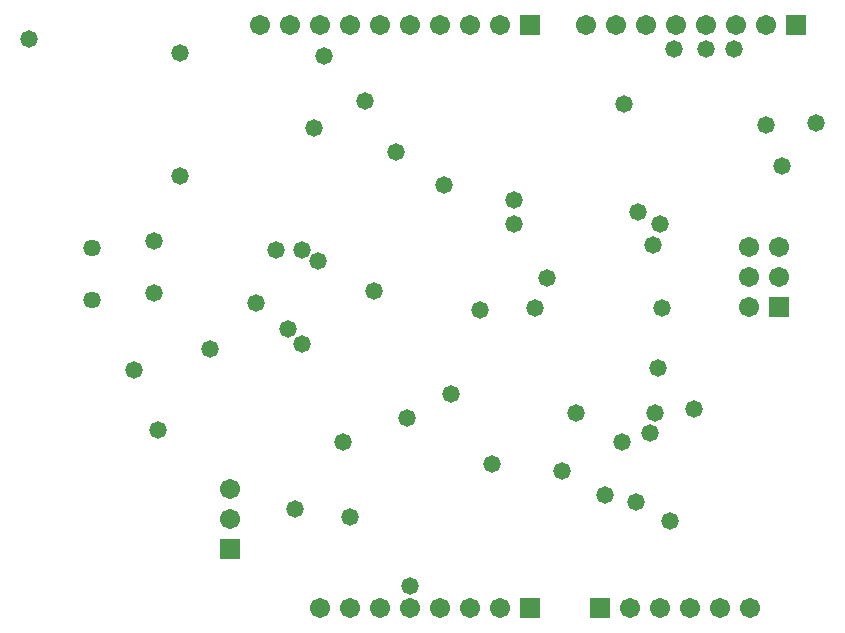
<source format=gbs>
G04*
G04 #@! TF.GenerationSoftware,Altium Limited,Altium Designer,18.0.9 (584)*
G04*
G04 Layer_Color=16711935*
%FSLAX25Y25*%
%MOIN*%
G70*
G01*
G75*
%ADD47C,0.06706*%
%ADD48R,0.06706X0.06706*%
%ADD49R,0.06706X0.06706*%
%ADD50C,0.05800*%
%ADD51C,0.05743*%
D47*
X244800Y133200D02*
D03*
X254800D02*
D03*
X244800Y123200D02*
D03*
X254800D02*
D03*
X244800Y113200D02*
D03*
X72000Y42400D02*
D03*
Y52400D02*
D03*
X205200Y12800D02*
D03*
X215200D02*
D03*
X225200D02*
D03*
X235200D02*
D03*
X245200D02*
D03*
X250400Y207200D02*
D03*
X240400D02*
D03*
X230400D02*
D03*
X220400D02*
D03*
X210400D02*
D03*
X200400D02*
D03*
X190400D02*
D03*
X162000Y12800D02*
D03*
X152000D02*
D03*
X142000D02*
D03*
X132000D02*
D03*
X122000D02*
D03*
X112000D02*
D03*
X102000D02*
D03*
X152000Y207200D02*
D03*
X82000D02*
D03*
X92000D02*
D03*
X102000D02*
D03*
X112000D02*
D03*
X122000D02*
D03*
X132000D02*
D03*
X142000D02*
D03*
X162000D02*
D03*
D48*
X254800Y113200D02*
D03*
X72000Y32400D02*
D03*
D49*
X195200Y12800D02*
D03*
X260400Y207200D02*
D03*
X172000Y12800D02*
D03*
Y207200D02*
D03*
D50*
X177559Y122835D02*
D03*
X91200Y105600D02*
D03*
X80460Y114400D02*
D03*
X96000Y132000D02*
D03*
X87200D02*
D03*
X100000Y172800D02*
D03*
X112000Y43200D02*
D03*
X109600Y68000D02*
D03*
X187200Y77600D02*
D03*
X166400Y140800D02*
D03*
Y148800D02*
D03*
X173600Y112800D02*
D03*
X55258Y197658D02*
D03*
X127200Y164800D02*
D03*
X120000Y118400D02*
D03*
X96000Y100800D02*
D03*
X215200Y140800D02*
D03*
X212800Y133600D02*
D03*
X208000Y144800D02*
D03*
X116800Y181600D02*
D03*
X203200Y180800D02*
D03*
X214400Y92800D02*
D03*
X207200Y48000D02*
D03*
X216000Y112800D02*
D03*
X182400Y58400D02*
D03*
X256000Y160000D02*
D03*
X218400Y41600D02*
D03*
X159200Y60800D02*
D03*
X155275Y111925D02*
D03*
X196800Y50400D02*
D03*
X46400Y135200D02*
D03*
X4800Y202400D02*
D03*
X40000Y92000D02*
D03*
X46400Y117600D02*
D03*
X55200Y156800D02*
D03*
X143200Y153600D02*
D03*
X145600Y84000D02*
D03*
X103200Y196800D02*
D03*
X226400Y79200D02*
D03*
X213474Y77726D02*
D03*
X212000Y71200D02*
D03*
X250400Y173600D02*
D03*
X267200Y174400D02*
D03*
X202400Y68000D02*
D03*
X220000Y199200D02*
D03*
X230400D02*
D03*
X240000D02*
D03*
X131013Y76187D02*
D03*
X101193Y128393D02*
D03*
X65030Y98970D02*
D03*
X93600Y45600D02*
D03*
X132000Y20000D02*
D03*
X48000Y72000D02*
D03*
D51*
X25709Y132661D02*
D03*
Y115339D02*
D03*
M02*

</source>
